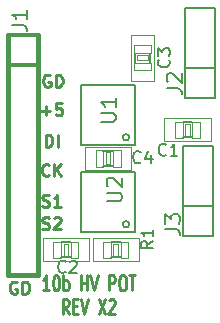
<source format=gto>
G04 (created by PCBNEW (2013-04-19 BZR 4011)-stable) date 03/06/2014 16:48:56*
%MOIN*%
G04 Gerber Fmt 3.4, Leading zero omitted, Abs format*
%FSLAX34Y34*%
G01*
G70*
G90*
G04 APERTURE LIST*
%ADD10C,2.3622e-006*%
%ADD11C,0.01*%
%ADD12C,0.00875*%
%ADD13C,0.006*%
%ADD14C,0.015*%
%ADD15C,0.012*%
%ADD16C,0.005*%
%ADD17C,0.0026*%
%ADD18C,0.002*%
%ADD19C,0.008*%
G04 APERTURE END LIST*
G54D10*
G54D11*
X38315Y-25792D02*
X38372Y-25811D01*
X38467Y-25811D01*
X38505Y-25792D01*
X38524Y-25773D01*
X38543Y-25735D01*
X38543Y-25697D01*
X38524Y-25659D01*
X38505Y-25640D01*
X38467Y-25621D01*
X38391Y-25602D01*
X38353Y-25583D01*
X38334Y-25564D01*
X38315Y-25526D01*
X38315Y-25488D01*
X38334Y-25450D01*
X38353Y-25430D01*
X38391Y-25411D01*
X38486Y-25411D01*
X38543Y-25430D01*
X38696Y-25450D02*
X38715Y-25430D01*
X38753Y-25411D01*
X38848Y-25411D01*
X38886Y-25430D01*
X38905Y-25450D01*
X38924Y-25488D01*
X38924Y-25526D01*
X38905Y-25583D01*
X38677Y-25811D01*
X38924Y-25811D01*
X38564Y-20680D02*
X38526Y-20661D01*
X38469Y-20661D01*
X38412Y-20680D01*
X38374Y-20719D01*
X38355Y-20757D01*
X38336Y-20833D01*
X38336Y-20890D01*
X38355Y-20966D01*
X38374Y-21004D01*
X38412Y-21042D01*
X38469Y-21061D01*
X38507Y-21061D01*
X38564Y-21042D01*
X38583Y-21023D01*
X38583Y-20890D01*
X38507Y-20890D01*
X38755Y-21061D02*
X38755Y-20661D01*
X38850Y-20661D01*
X38907Y-20680D01*
X38945Y-20719D01*
X38964Y-20757D01*
X38983Y-20833D01*
X38983Y-20890D01*
X38964Y-20966D01*
X38945Y-21004D01*
X38907Y-21042D01*
X38850Y-21061D01*
X38755Y-21061D01*
X38543Y-24003D02*
X38524Y-24022D01*
X38467Y-24041D01*
X38429Y-24041D01*
X38372Y-24022D01*
X38334Y-23984D01*
X38315Y-23946D01*
X38296Y-23870D01*
X38296Y-23813D01*
X38315Y-23737D01*
X38334Y-23699D01*
X38372Y-23660D01*
X38429Y-23641D01*
X38467Y-23641D01*
X38524Y-23660D01*
X38543Y-23680D01*
X38715Y-24041D02*
X38715Y-23641D01*
X38943Y-24041D02*
X38772Y-23813D01*
X38943Y-23641D02*
X38715Y-23870D01*
X38420Y-23061D02*
X38420Y-22661D01*
X38515Y-22661D01*
X38572Y-22680D01*
X38610Y-22719D01*
X38629Y-22757D01*
X38648Y-22833D01*
X38648Y-22890D01*
X38629Y-22966D01*
X38610Y-23004D01*
X38572Y-23042D01*
X38515Y-23061D01*
X38420Y-23061D01*
X38820Y-23061D02*
X38820Y-22661D01*
X37454Y-27580D02*
X37416Y-27561D01*
X37359Y-27561D01*
X37302Y-27580D01*
X37264Y-27619D01*
X37245Y-27657D01*
X37226Y-27733D01*
X37226Y-27790D01*
X37245Y-27866D01*
X37264Y-27904D01*
X37302Y-27942D01*
X37359Y-27961D01*
X37397Y-27961D01*
X37454Y-27942D01*
X37473Y-27923D01*
X37473Y-27790D01*
X37397Y-27790D01*
X37645Y-27961D02*
X37645Y-27561D01*
X37740Y-27561D01*
X37797Y-27580D01*
X37835Y-27619D01*
X37854Y-27657D01*
X37873Y-27733D01*
X37873Y-27790D01*
X37854Y-27866D01*
X37835Y-27904D01*
X37797Y-27942D01*
X37740Y-27961D01*
X37645Y-27961D01*
X38315Y-25042D02*
X38372Y-25061D01*
X38467Y-25061D01*
X38505Y-25042D01*
X38524Y-25023D01*
X38543Y-24985D01*
X38543Y-24947D01*
X38524Y-24909D01*
X38505Y-24890D01*
X38467Y-24871D01*
X38391Y-24852D01*
X38353Y-24833D01*
X38334Y-24814D01*
X38315Y-24776D01*
X38315Y-24738D01*
X38334Y-24700D01*
X38353Y-24680D01*
X38391Y-24661D01*
X38486Y-24661D01*
X38543Y-24680D01*
X38924Y-25061D02*
X38696Y-25061D01*
X38810Y-25061D02*
X38810Y-24661D01*
X38772Y-24719D01*
X38734Y-24757D01*
X38696Y-24776D01*
X38277Y-21869D02*
X38581Y-21869D01*
X38429Y-22021D02*
X38429Y-21717D01*
X38962Y-21621D02*
X38772Y-21621D01*
X38753Y-21812D01*
X38772Y-21793D01*
X38810Y-21774D01*
X38905Y-21774D01*
X38943Y-21793D01*
X38962Y-21812D01*
X38981Y-21850D01*
X38981Y-21945D01*
X38962Y-21983D01*
X38943Y-22002D01*
X38905Y-22021D01*
X38810Y-22021D01*
X38772Y-22002D01*
X38753Y-21983D01*
G54D12*
X38533Y-27852D02*
X38333Y-27852D01*
X38433Y-27852D02*
X38433Y-27352D01*
X38400Y-27423D01*
X38366Y-27471D01*
X38333Y-27495D01*
X38750Y-27352D02*
X38783Y-27352D01*
X38816Y-27376D01*
X38833Y-27400D01*
X38850Y-27447D01*
X38866Y-27542D01*
X38866Y-27661D01*
X38850Y-27757D01*
X38833Y-27804D01*
X38816Y-27828D01*
X38783Y-27852D01*
X38750Y-27852D01*
X38716Y-27828D01*
X38700Y-27804D01*
X38683Y-27757D01*
X38666Y-27661D01*
X38666Y-27542D01*
X38683Y-27447D01*
X38700Y-27400D01*
X38716Y-27376D01*
X38750Y-27352D01*
X39016Y-27852D02*
X39016Y-27352D01*
X39016Y-27542D02*
X39050Y-27519D01*
X39116Y-27519D01*
X39150Y-27542D01*
X39166Y-27566D01*
X39183Y-27614D01*
X39183Y-27757D01*
X39166Y-27804D01*
X39150Y-27828D01*
X39116Y-27852D01*
X39050Y-27852D01*
X39016Y-27828D01*
X39600Y-27852D02*
X39600Y-27352D01*
X39600Y-27590D02*
X39800Y-27590D01*
X39800Y-27852D02*
X39800Y-27352D01*
X39916Y-27352D02*
X40033Y-27852D01*
X40150Y-27352D01*
X40533Y-27852D02*
X40533Y-27352D01*
X40666Y-27352D01*
X40700Y-27376D01*
X40716Y-27400D01*
X40733Y-27447D01*
X40733Y-27519D01*
X40716Y-27566D01*
X40700Y-27590D01*
X40666Y-27614D01*
X40533Y-27614D01*
X40950Y-27352D02*
X41016Y-27352D01*
X41050Y-27376D01*
X41083Y-27423D01*
X41100Y-27519D01*
X41100Y-27685D01*
X41083Y-27780D01*
X41050Y-27828D01*
X41016Y-27852D01*
X40950Y-27852D01*
X40916Y-27828D01*
X40883Y-27780D01*
X40866Y-27685D01*
X40866Y-27519D01*
X40883Y-27423D01*
X40916Y-27376D01*
X40950Y-27352D01*
X41200Y-27352D02*
X41400Y-27352D01*
X41300Y-27852D02*
X41300Y-27352D01*
X39183Y-28639D02*
X39066Y-28401D01*
X38983Y-28639D02*
X38983Y-28139D01*
X39116Y-28139D01*
X39150Y-28163D01*
X39166Y-28187D01*
X39183Y-28235D01*
X39183Y-28306D01*
X39166Y-28354D01*
X39150Y-28377D01*
X39116Y-28401D01*
X38983Y-28401D01*
X39333Y-28377D02*
X39450Y-28377D01*
X39500Y-28639D02*
X39333Y-28639D01*
X39333Y-28139D01*
X39500Y-28139D01*
X39600Y-28139D02*
X39716Y-28639D01*
X39833Y-28139D01*
X40183Y-28139D02*
X40416Y-28639D01*
X40416Y-28139D02*
X40183Y-28639D01*
X40533Y-28187D02*
X40550Y-28163D01*
X40583Y-28139D01*
X40666Y-28139D01*
X40700Y-28163D01*
X40716Y-28187D01*
X40733Y-28235D01*
X40733Y-28282D01*
X40716Y-28354D01*
X40516Y-28639D01*
X40733Y-28639D01*
G54D13*
X44050Y-21450D02*
X43050Y-21450D01*
X43050Y-21450D02*
X43050Y-18450D01*
X43050Y-18450D02*
X44050Y-18450D01*
X44050Y-18450D02*
X44050Y-21450D01*
X43050Y-20450D02*
X44050Y-20450D01*
X44000Y-26050D02*
X43000Y-26050D01*
X43000Y-26050D02*
X43000Y-23050D01*
X43000Y-23050D02*
X44000Y-23050D01*
X44000Y-23050D02*
X44000Y-26050D01*
X43000Y-25050D02*
X44000Y-25050D01*
G54D14*
X38150Y-19350D02*
X38150Y-27350D01*
X38150Y-27350D02*
X37150Y-27350D01*
X37150Y-27350D02*
X37150Y-19350D01*
G54D15*
X37150Y-19350D02*
X38150Y-19350D01*
X37150Y-20350D02*
X38150Y-20350D01*
G54D16*
X41211Y-22750D02*
G75*
G03X41211Y-22750I-111J0D01*
G74*
G01*
X39600Y-21000D02*
X39600Y-23000D01*
X39600Y-23000D02*
X41400Y-23000D01*
X41400Y-23000D02*
X41400Y-21000D01*
X41400Y-21000D02*
X39600Y-21000D01*
X41211Y-25650D02*
G75*
G03X41211Y-25650I-111J0D01*
G74*
G01*
X39600Y-23900D02*
X39600Y-25900D01*
X39600Y-25900D02*
X41400Y-25900D01*
X41400Y-25900D02*
X41400Y-23900D01*
X41400Y-23900D02*
X39600Y-23900D01*
G54D17*
X42990Y-22225D02*
X42735Y-22225D01*
X42735Y-22225D02*
X42735Y-22776D01*
X42990Y-22776D02*
X42735Y-22776D01*
X42990Y-22225D02*
X42990Y-22776D01*
X43570Y-22225D02*
X43314Y-22225D01*
X43314Y-22225D02*
X43314Y-22776D01*
X43570Y-22776D02*
X43314Y-22776D01*
X43570Y-22225D02*
X43570Y-22776D01*
X43228Y-22304D02*
X43072Y-22304D01*
X43072Y-22304D02*
X43072Y-22696D01*
X43228Y-22696D02*
X43072Y-22696D01*
X43228Y-22304D02*
X43228Y-22696D01*
G54D13*
X43311Y-22750D02*
X42989Y-22750D01*
X43311Y-22250D02*
X42989Y-22250D01*
G54D18*
X43926Y-22887D02*
X42374Y-22887D01*
X42374Y-22887D02*
X42374Y-22113D01*
X42374Y-22113D02*
X43926Y-22113D01*
X43926Y-22113D02*
X43926Y-22887D01*
G54D17*
X39260Y-26775D02*
X39515Y-26775D01*
X39515Y-26775D02*
X39515Y-26224D01*
X39260Y-26224D02*
X39515Y-26224D01*
X39260Y-26775D02*
X39260Y-26224D01*
X38680Y-26775D02*
X38936Y-26775D01*
X38936Y-26775D02*
X38936Y-26224D01*
X38680Y-26224D02*
X38936Y-26224D01*
X38680Y-26775D02*
X38680Y-26224D01*
X39022Y-26696D02*
X39178Y-26696D01*
X39178Y-26696D02*
X39178Y-26304D01*
X39022Y-26304D02*
X39178Y-26304D01*
X39022Y-26696D02*
X39022Y-26304D01*
G54D13*
X38939Y-26250D02*
X39261Y-26250D01*
X38939Y-26750D02*
X39261Y-26750D01*
G54D18*
X38324Y-26113D02*
X39876Y-26113D01*
X39876Y-26113D02*
X39876Y-26887D01*
X39876Y-26887D02*
X38324Y-26887D01*
X38324Y-26887D02*
X38324Y-26113D01*
G54D17*
X41925Y-19940D02*
X41925Y-19685D01*
X41925Y-19685D02*
X41374Y-19685D01*
X41374Y-19940D02*
X41374Y-19685D01*
X41925Y-19940D02*
X41374Y-19940D01*
X41925Y-20520D02*
X41925Y-20264D01*
X41925Y-20264D02*
X41374Y-20264D01*
X41374Y-20520D02*
X41374Y-20264D01*
X41925Y-20520D02*
X41374Y-20520D01*
X41846Y-20178D02*
X41846Y-20022D01*
X41846Y-20022D02*
X41454Y-20022D01*
X41454Y-20178D02*
X41454Y-20022D01*
X41846Y-20178D02*
X41454Y-20178D01*
G54D13*
X41400Y-20261D02*
X41400Y-19939D01*
X41900Y-20261D02*
X41900Y-19939D01*
G54D18*
X41263Y-20876D02*
X41263Y-19324D01*
X41263Y-19324D02*
X42037Y-19324D01*
X42037Y-19324D02*
X42037Y-20876D01*
X42037Y-20876D02*
X41263Y-20876D01*
G54D17*
X40340Y-23175D02*
X40085Y-23175D01*
X40085Y-23175D02*
X40085Y-23726D01*
X40340Y-23726D02*
X40085Y-23726D01*
X40340Y-23175D02*
X40340Y-23726D01*
X40920Y-23175D02*
X40664Y-23175D01*
X40664Y-23175D02*
X40664Y-23726D01*
X40920Y-23726D02*
X40664Y-23726D01*
X40920Y-23175D02*
X40920Y-23726D01*
X40578Y-23254D02*
X40422Y-23254D01*
X40422Y-23254D02*
X40422Y-23646D01*
X40578Y-23646D02*
X40422Y-23646D01*
X40578Y-23254D02*
X40578Y-23646D01*
G54D13*
X40661Y-23700D02*
X40339Y-23700D01*
X40661Y-23200D02*
X40339Y-23200D01*
G54D18*
X41276Y-23837D02*
X39724Y-23837D01*
X39724Y-23837D02*
X39724Y-23063D01*
X39724Y-23063D02*
X41276Y-23063D01*
X41276Y-23063D02*
X41276Y-23837D01*
G54D17*
X40600Y-26225D02*
X40345Y-26225D01*
X40345Y-26225D02*
X40345Y-26776D01*
X40600Y-26776D02*
X40345Y-26776D01*
X40600Y-26225D02*
X40600Y-26776D01*
X41180Y-26225D02*
X40924Y-26225D01*
X40924Y-26225D02*
X40924Y-26776D01*
X41180Y-26776D02*
X40924Y-26776D01*
X41180Y-26225D02*
X41180Y-26776D01*
X40838Y-26304D02*
X40682Y-26304D01*
X40682Y-26304D02*
X40682Y-26696D01*
X40838Y-26696D02*
X40682Y-26696D01*
X40838Y-26304D02*
X40838Y-26696D01*
G54D13*
X40921Y-26750D02*
X40599Y-26750D01*
X40921Y-26250D02*
X40599Y-26250D01*
G54D18*
X41536Y-26887D02*
X39984Y-26887D01*
X39984Y-26887D02*
X39984Y-26113D01*
X39984Y-26113D02*
X41536Y-26113D01*
X41536Y-26113D02*
X41536Y-26887D01*
G54D19*
X42452Y-21116D02*
X42809Y-21116D01*
X42880Y-21140D01*
X42928Y-21188D01*
X42952Y-21259D01*
X42952Y-21307D01*
X42500Y-20902D02*
X42476Y-20878D01*
X42452Y-20830D01*
X42452Y-20711D01*
X42476Y-20664D01*
X42500Y-20640D01*
X42547Y-20616D01*
X42595Y-20616D01*
X42666Y-20640D01*
X42952Y-20926D01*
X42952Y-20616D01*
X42402Y-25816D02*
X42759Y-25816D01*
X42830Y-25840D01*
X42878Y-25888D01*
X42902Y-25959D01*
X42902Y-26007D01*
X42402Y-25626D02*
X42402Y-25316D01*
X42592Y-25483D01*
X42592Y-25411D01*
X42616Y-25364D01*
X42640Y-25340D01*
X42688Y-25316D01*
X42807Y-25316D01*
X42854Y-25340D01*
X42878Y-25364D01*
X42902Y-25411D01*
X42902Y-25554D01*
X42878Y-25602D01*
X42854Y-25626D01*
X37302Y-19016D02*
X37659Y-19016D01*
X37730Y-19040D01*
X37778Y-19088D01*
X37802Y-19159D01*
X37802Y-19207D01*
X37802Y-18516D02*
X37802Y-18802D01*
X37802Y-18659D02*
X37302Y-18659D01*
X37373Y-18707D01*
X37421Y-18754D01*
X37445Y-18802D01*
G54D16*
X40252Y-22230D02*
X40657Y-22230D01*
X40704Y-22207D01*
X40728Y-22183D01*
X40752Y-22135D01*
X40752Y-22040D01*
X40728Y-21992D01*
X40704Y-21969D01*
X40657Y-21945D01*
X40252Y-21945D01*
X40752Y-21445D02*
X40752Y-21730D01*
X40752Y-21588D02*
X40252Y-21588D01*
X40323Y-21635D01*
X40371Y-21683D01*
X40395Y-21730D01*
X40452Y-24880D02*
X40857Y-24880D01*
X40904Y-24857D01*
X40928Y-24833D01*
X40952Y-24785D01*
X40952Y-24690D01*
X40928Y-24642D01*
X40904Y-24619D01*
X40857Y-24595D01*
X40452Y-24595D01*
X40500Y-24380D02*
X40476Y-24357D01*
X40452Y-24309D01*
X40452Y-24190D01*
X40476Y-24142D01*
X40500Y-24119D01*
X40547Y-24095D01*
X40595Y-24095D01*
X40666Y-24119D01*
X40952Y-24404D01*
X40952Y-24095D01*
X42433Y-23323D02*
X42414Y-23342D01*
X42357Y-23361D01*
X42319Y-23361D01*
X42261Y-23342D01*
X42223Y-23304D01*
X42204Y-23266D01*
X42185Y-23190D01*
X42185Y-23133D01*
X42204Y-23057D01*
X42223Y-23019D01*
X42261Y-22980D01*
X42319Y-22961D01*
X42357Y-22961D01*
X42414Y-22980D01*
X42433Y-23000D01*
X42814Y-23361D02*
X42585Y-23361D01*
X42700Y-23361D02*
X42700Y-22961D01*
X42661Y-23019D01*
X42623Y-23057D01*
X42585Y-23076D01*
X39083Y-27223D02*
X39064Y-27242D01*
X39007Y-27261D01*
X38969Y-27261D01*
X38911Y-27242D01*
X38873Y-27204D01*
X38854Y-27166D01*
X38835Y-27090D01*
X38835Y-27033D01*
X38854Y-26957D01*
X38873Y-26919D01*
X38911Y-26880D01*
X38969Y-26861D01*
X39007Y-26861D01*
X39064Y-26880D01*
X39083Y-26900D01*
X39235Y-26900D02*
X39254Y-26880D01*
X39292Y-26861D01*
X39388Y-26861D01*
X39426Y-26880D01*
X39445Y-26900D01*
X39464Y-26938D01*
X39464Y-26976D01*
X39445Y-27033D01*
X39216Y-27261D01*
X39464Y-27261D01*
X42523Y-20166D02*
X42542Y-20185D01*
X42561Y-20242D01*
X42561Y-20280D01*
X42542Y-20338D01*
X42504Y-20376D01*
X42466Y-20395D01*
X42390Y-20414D01*
X42333Y-20414D01*
X42257Y-20395D01*
X42219Y-20376D01*
X42180Y-20338D01*
X42161Y-20280D01*
X42161Y-20242D01*
X42180Y-20185D01*
X42200Y-20166D01*
X42161Y-20033D02*
X42161Y-19785D01*
X42314Y-19919D01*
X42314Y-19861D01*
X42333Y-19823D01*
X42352Y-19804D01*
X42390Y-19785D01*
X42485Y-19785D01*
X42523Y-19804D01*
X42542Y-19823D01*
X42561Y-19861D01*
X42561Y-19976D01*
X42542Y-20014D01*
X42523Y-20033D01*
X41583Y-23573D02*
X41564Y-23592D01*
X41507Y-23611D01*
X41469Y-23611D01*
X41411Y-23592D01*
X41373Y-23554D01*
X41354Y-23516D01*
X41335Y-23440D01*
X41335Y-23383D01*
X41354Y-23307D01*
X41373Y-23269D01*
X41411Y-23230D01*
X41469Y-23211D01*
X41507Y-23211D01*
X41564Y-23230D01*
X41583Y-23250D01*
X41926Y-23345D02*
X41926Y-23611D01*
X41830Y-23192D02*
X41735Y-23478D01*
X41983Y-23478D01*
X42001Y-26206D02*
X41811Y-26339D01*
X42001Y-26435D02*
X41601Y-26435D01*
X41601Y-26282D01*
X41620Y-26244D01*
X41640Y-26225D01*
X41678Y-26206D01*
X41735Y-26206D01*
X41773Y-26225D01*
X41792Y-26244D01*
X41811Y-26282D01*
X41811Y-26435D01*
X42001Y-25825D02*
X42001Y-26054D01*
X42001Y-25939D02*
X41601Y-25939D01*
X41659Y-25978D01*
X41697Y-26016D01*
X41716Y-26054D01*
M02*

</source>
